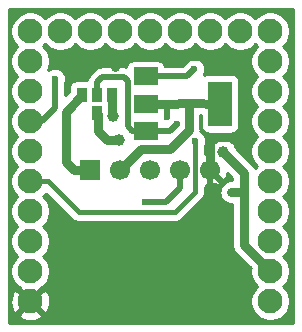
<source format=gbr>
G04 #@! TF.GenerationSoftware,KiCad,Pcbnew,(5.1.5)-3*
G04 #@! TF.CreationDate,2020-12-08T16:15:32+01:00*
G04 #@! TF.ProjectId,Microduino_UART,4d696372-6f64-4756-996e-6f5f55415254,0.0*
G04 #@! TF.SameCoordinates,Original*
G04 #@! TF.FileFunction,Copper,L1,Top*
G04 #@! TF.FilePolarity,Positive*
%FSLAX46Y46*%
G04 Gerber Fmt 4.6, Leading zero omitted, Abs format (unit mm)*
G04 Created by KiCad (PCBNEW (5.1.5)-3) date 2020-12-08 16:15:32*
%MOMM*%
%LPD*%
G04 APERTURE LIST*
%ADD10R,0.970000X1.270000*%
%ADD11R,1.700000X1.700000*%
%ADD12C,1.700000*%
%ADD13C,2.100000*%
%ADD14R,2.000000X3.800000*%
%ADD15R,2.000000X1.500000*%
%ADD16C,1.000000*%
%ADD17C,0.600000*%
%ADD18C,0.750000*%
%ADD19C,0.500000*%
%ADD20C,0.400000*%
%ADD21C,0.254000*%
G04 APERTURE END LIST*
D10*
X145656300Y-70713600D03*
X146926300Y-70713600D03*
X148196300Y-70713600D03*
X146926300Y-72263600D03*
D11*
X146304000Y-77076300D03*
D12*
X148844000Y-77076300D03*
X151384000Y-77076300D03*
X156464000Y-77076300D03*
X153924000Y-77076300D03*
D13*
X161569400Y-67843400D03*
X161569400Y-70383400D03*
X161569400Y-72923400D03*
X161569400Y-75463400D03*
X161569400Y-78003400D03*
X161569400Y-80543400D03*
X161569400Y-83083400D03*
X161569400Y-85623400D03*
X161569400Y-88163400D03*
X161569400Y-65303400D03*
X159029400Y-65303400D03*
X156489400Y-65303400D03*
X153949400Y-65303400D03*
X151409400Y-65303400D03*
X148869400Y-65303400D03*
X146329400Y-65303400D03*
X143789400Y-65303400D03*
X141249400Y-65303400D03*
X141249400Y-67843400D03*
X141249400Y-70383400D03*
X141249400Y-72923400D03*
X141249400Y-75463400D03*
X141249400Y-78003400D03*
X141249400Y-80543400D03*
X141249400Y-83083400D03*
X141249400Y-85623400D03*
X141249400Y-88163400D03*
D14*
X157302600Y-71424800D03*
D15*
X151002600Y-71424800D03*
X151002600Y-73724800D03*
X151002600Y-69124800D03*
D16*
X148247102Y-72491600D03*
X148742400Y-74472800D03*
X157581600Y-75526900D03*
D17*
X158267400Y-78930500D03*
X143332200Y-69328902D03*
X155194000Y-74599800D03*
X143852900Y-81495900D03*
X152400000Y-84251800D03*
X149072600Y-84251800D03*
X145834100Y-84251800D03*
X143713200Y-85940900D03*
X143802100Y-88938100D03*
X148412200Y-68287900D03*
X159448500Y-89331800D03*
X153631900Y-73152000D03*
X150990300Y-79794100D03*
X155143200Y-68516500D03*
X152806400Y-72580500D03*
D18*
X148196300Y-70713600D02*
X148196300Y-72440798D01*
X148196300Y-72440798D02*
X148247102Y-72491600D01*
X146939000Y-73710800D02*
X146939000Y-72276300D01*
X146939000Y-72276300D02*
X146926300Y-72263600D01*
X148742400Y-74472800D02*
X147701000Y-74472800D01*
X147701000Y-74472800D02*
X146939000Y-73710800D01*
X161569400Y-85623400D02*
X159334200Y-83388200D01*
X159334200Y-77279500D02*
X157581600Y-75526900D01*
X158267400Y-78930500D02*
X158691664Y-78930500D01*
X158691664Y-78930500D02*
X159334200Y-78930500D01*
X159334200Y-83388200D02*
X159334200Y-78930500D01*
X159334200Y-78930500D02*
X159334200Y-77279500D01*
D19*
X142240000Y-72923400D02*
X141249400Y-72923400D01*
X143332200Y-69328902D02*
X143332200Y-71831200D01*
X143332200Y-71831200D02*
X142240000Y-72923400D01*
D20*
X155194000Y-75024064D02*
X155194000Y-74599800D01*
X141249400Y-78003400D02*
X142709900Y-78003400D01*
X145338800Y-80632300D02*
X153479500Y-80632300D01*
X142709900Y-78003400D02*
X145338800Y-80632300D01*
X153479500Y-80632300D02*
X155194000Y-78917800D01*
X155194000Y-78917800D02*
X155194000Y-75024064D01*
D19*
X156464000Y-78278381D02*
X156476700Y-78291081D01*
X156464000Y-77076300D02*
X156464000Y-78278381D01*
X156476700Y-78291081D02*
X156476700Y-81216500D01*
X156464000Y-78278381D02*
X156493819Y-78308200D01*
X156464000Y-78278381D02*
X156595419Y-78409800D01*
X156595419Y-78409800D02*
X156972000Y-78409800D01*
X156464000Y-78278381D02*
X156345281Y-78397100D01*
X156345281Y-78397100D02*
X156286200Y-78397100D01*
D18*
X148412200Y-67863636D02*
X148864236Y-67411600D01*
X148412200Y-68287900D02*
X148412200Y-67863636D01*
X148864236Y-67411600D02*
X158699200Y-67411600D01*
X158699200Y-67411600D02*
X159448500Y-68160900D01*
X159448500Y-68160900D02*
X159448500Y-73698100D01*
X159448500Y-73698100D02*
X158864300Y-74282300D01*
X158864300Y-74282300D02*
X156832300Y-74282300D01*
X156464000Y-74650600D02*
X156464000Y-77076300D01*
X156832300Y-74282300D02*
X156464000Y-74650600D01*
D19*
X149874000Y-73724800D02*
X149504400Y-73355200D01*
X151002600Y-73724800D02*
X149874000Y-73724800D01*
X149504400Y-73355200D02*
X149504400Y-69507100D01*
X149504400Y-69507100D02*
X149161500Y-69164200D01*
X149161500Y-69164200D02*
X147320000Y-69164200D01*
X146926300Y-69557900D02*
X146926300Y-70713600D01*
X147320000Y-69164200D02*
X146926300Y-69557900D01*
X153059100Y-73724800D02*
X153631900Y-73152000D01*
X151002600Y-73724800D02*
X153059100Y-73724800D01*
X153924000Y-78600300D02*
X153924000Y-77076300D01*
X150990300Y-79794100D02*
X152730200Y-79794100D01*
X152730200Y-79794100D02*
X153924000Y-78600300D01*
X151002600Y-69124800D02*
X154534900Y-69124800D01*
X154534900Y-69124800D02*
X155143200Y-68516500D01*
D18*
X144954000Y-77076300D02*
X146304000Y-77076300D01*
X144246600Y-76368900D02*
X144954000Y-77076300D01*
X145656300Y-70713600D02*
X144246600Y-72123300D01*
X144246600Y-72123300D02*
X144246600Y-76368900D01*
X154647900Y-71412100D02*
X157302600Y-71424800D01*
X148844000Y-77076300D02*
X150660100Y-75260200D01*
X153047700Y-75260200D02*
X154647900Y-73660000D01*
X150660100Y-75260200D02*
X153047700Y-75260200D01*
X154647900Y-73660000D02*
X154647900Y-71412100D01*
D19*
X152806400Y-72580500D02*
X152806400Y-71424800D01*
D18*
X151002600Y-71424800D02*
X152806400Y-71424800D01*
X152806400Y-71424800D02*
X154647900Y-71412100D01*
D21*
G36*
X163529324Y-89968000D02*
G01*
X139419400Y-89968000D01*
X139419400Y-89334466D01*
X140257939Y-89334466D01*
X140359739Y-89603979D01*
X140657877Y-89749863D01*
X140978746Y-89834780D01*
X141310017Y-89855466D01*
X141638957Y-89811128D01*
X141952927Y-89703469D01*
X142139061Y-89603979D01*
X142240861Y-89334466D01*
X141249400Y-88343005D01*
X140257939Y-89334466D01*
X139419400Y-89334466D01*
X139419400Y-88224017D01*
X139557334Y-88224017D01*
X139601672Y-88552957D01*
X139709331Y-88866927D01*
X139808821Y-89053061D01*
X140078334Y-89154861D01*
X141069795Y-88163400D01*
X141429005Y-88163400D01*
X142420466Y-89154861D01*
X142689979Y-89053061D01*
X142835863Y-88754923D01*
X142920780Y-88434054D01*
X142941466Y-88102783D01*
X142897128Y-87773843D01*
X142789469Y-87459873D01*
X142689979Y-87273739D01*
X142420466Y-87171939D01*
X141429005Y-88163400D01*
X141069795Y-88163400D01*
X140078334Y-87171939D01*
X139808821Y-87273739D01*
X139662937Y-87571877D01*
X139578020Y-87892746D01*
X139557334Y-88224017D01*
X139419400Y-88224017D01*
X139419400Y-65137442D01*
X139564400Y-65137442D01*
X139564400Y-65469358D01*
X139629154Y-65794896D01*
X139756172Y-66101547D01*
X139940575Y-66377525D01*
X140136450Y-66573400D01*
X139940575Y-66769275D01*
X139756172Y-67045253D01*
X139629154Y-67351904D01*
X139564400Y-67677442D01*
X139564400Y-68009358D01*
X139629154Y-68334896D01*
X139756172Y-68641547D01*
X139940575Y-68917525D01*
X140136450Y-69113400D01*
X139940575Y-69309275D01*
X139756172Y-69585253D01*
X139629154Y-69891904D01*
X139564400Y-70217442D01*
X139564400Y-70549358D01*
X139629154Y-70874896D01*
X139756172Y-71181547D01*
X139940575Y-71457525D01*
X140136450Y-71653400D01*
X139940575Y-71849275D01*
X139756172Y-72125253D01*
X139629154Y-72431904D01*
X139564400Y-72757442D01*
X139564400Y-73089358D01*
X139629154Y-73414896D01*
X139756172Y-73721547D01*
X139940575Y-73997525D01*
X140136450Y-74193400D01*
X139940575Y-74389275D01*
X139756172Y-74665253D01*
X139629154Y-74971904D01*
X139564400Y-75297442D01*
X139564400Y-75629358D01*
X139629154Y-75954896D01*
X139756172Y-76261547D01*
X139940575Y-76537525D01*
X140136450Y-76733400D01*
X139940575Y-76929275D01*
X139756172Y-77205253D01*
X139629154Y-77511904D01*
X139564400Y-77837442D01*
X139564400Y-78169358D01*
X139629154Y-78494896D01*
X139756172Y-78801547D01*
X139940575Y-79077525D01*
X140136450Y-79273400D01*
X139940575Y-79469275D01*
X139756172Y-79745253D01*
X139629154Y-80051904D01*
X139564400Y-80377442D01*
X139564400Y-80709358D01*
X139629154Y-81034896D01*
X139756172Y-81341547D01*
X139940575Y-81617525D01*
X140136450Y-81813400D01*
X139940575Y-82009275D01*
X139756172Y-82285253D01*
X139629154Y-82591904D01*
X139564400Y-82917442D01*
X139564400Y-83249358D01*
X139629154Y-83574896D01*
X139756172Y-83881547D01*
X139940575Y-84157525D01*
X140136450Y-84353400D01*
X139940575Y-84549275D01*
X139756172Y-84825253D01*
X139629154Y-85131904D01*
X139564400Y-85457442D01*
X139564400Y-85789358D01*
X139629154Y-86114896D01*
X139756172Y-86421547D01*
X139940575Y-86697525D01*
X140175275Y-86932225D01*
X140259409Y-86988442D01*
X140257939Y-86992334D01*
X141249400Y-87983795D01*
X142240861Y-86992334D01*
X142239391Y-86988442D01*
X142323525Y-86932225D01*
X142558225Y-86697525D01*
X142742628Y-86421547D01*
X142869646Y-86114896D01*
X142934400Y-85789358D01*
X142934400Y-85457442D01*
X142869646Y-85131904D01*
X142742628Y-84825253D01*
X142558225Y-84549275D01*
X142362350Y-84353400D01*
X142558225Y-84157525D01*
X142742628Y-83881547D01*
X142869646Y-83574896D01*
X142934400Y-83249358D01*
X142934400Y-82917442D01*
X142869646Y-82591904D01*
X142742628Y-82285253D01*
X142558225Y-82009275D01*
X142362350Y-81813400D01*
X142558225Y-81617525D01*
X142742628Y-81341547D01*
X142869646Y-81034896D01*
X142934400Y-80709358D01*
X142934400Y-80377442D01*
X142869646Y-80051904D01*
X142742628Y-79745253D01*
X142558225Y-79469275D01*
X142362350Y-79273400D01*
X142558225Y-79077525D01*
X142576223Y-79050590D01*
X144719359Y-81193727D01*
X144745509Y-81225591D01*
X144872654Y-81329936D01*
X145017713Y-81407472D01*
X145175111Y-81455218D01*
X145338799Y-81471340D01*
X145379818Y-81467300D01*
X153438482Y-81467300D01*
X153479500Y-81471340D01*
X153520518Y-81467300D01*
X153520519Y-81467300D01*
X153643189Y-81455218D01*
X153800587Y-81407472D01*
X153945646Y-81329936D01*
X154072791Y-81225591D01*
X154098946Y-81193721D01*
X155755428Y-79537240D01*
X155787291Y-79511091D01*
X155891636Y-79383946D01*
X155969172Y-79238887D01*
X156016918Y-79081489D01*
X156029000Y-78958819D01*
X156029000Y-78958818D01*
X156033040Y-78917801D01*
X156029000Y-78876782D01*
X156029000Y-78497976D01*
X156240411Y-78551639D01*
X156532531Y-78566911D01*
X156822019Y-78524899D01*
X157097747Y-78427219D01*
X157235157Y-78353772D01*
X157312792Y-78104697D01*
X156464000Y-77255905D01*
X156449858Y-77270048D01*
X156270253Y-77090443D01*
X156284395Y-77076300D01*
X156270253Y-77062158D01*
X156449858Y-76882553D01*
X156464000Y-76896695D01*
X156478143Y-76882553D01*
X156657748Y-77062158D01*
X156643605Y-77076300D01*
X157492397Y-77925092D01*
X157741472Y-77847457D01*
X157867371Y-77583417D01*
X157936686Y-77310341D01*
X158324201Y-77697857D01*
X158324201Y-77920500D01*
X158217792Y-77920500D01*
X158069406Y-77935115D01*
X157879020Y-77992868D01*
X157703560Y-78086653D01*
X157549767Y-78212867D01*
X157423553Y-78366660D01*
X157329768Y-78542120D01*
X157272015Y-78732506D01*
X157252514Y-78930500D01*
X157272015Y-79128494D01*
X157329768Y-79318880D01*
X157423553Y-79494340D01*
X157549767Y-79648133D01*
X157703560Y-79774347D01*
X157879020Y-79868132D01*
X158069406Y-79925885D01*
X158217792Y-79940500D01*
X158324201Y-79940500D01*
X158324200Y-83338592D01*
X158319314Y-83388200D01*
X158324200Y-83437807D01*
X158338815Y-83586193D01*
X158396568Y-83776579D01*
X158490353Y-83952040D01*
X158616567Y-84105833D01*
X158655106Y-84137461D01*
X159899446Y-85381801D01*
X159884400Y-85457442D01*
X159884400Y-85789358D01*
X159949154Y-86114896D01*
X160076172Y-86421547D01*
X160260575Y-86697525D01*
X160456450Y-86893400D01*
X160260575Y-87089275D01*
X160076172Y-87365253D01*
X159949154Y-87671904D01*
X159884400Y-87997442D01*
X159884400Y-88329358D01*
X159949154Y-88654896D01*
X160076172Y-88961547D01*
X160260575Y-89237525D01*
X160495275Y-89472225D01*
X160771253Y-89656628D01*
X161077904Y-89783646D01*
X161403442Y-89848400D01*
X161735358Y-89848400D01*
X162060896Y-89783646D01*
X162367547Y-89656628D01*
X162643525Y-89472225D01*
X162878225Y-89237525D01*
X163062628Y-88961547D01*
X163189646Y-88654896D01*
X163254400Y-88329358D01*
X163254400Y-87997442D01*
X163189646Y-87671904D01*
X163062628Y-87365253D01*
X162878225Y-87089275D01*
X162682350Y-86893400D01*
X162878225Y-86697525D01*
X163062628Y-86421547D01*
X163189646Y-86114896D01*
X163254400Y-85789358D01*
X163254400Y-85457442D01*
X163189646Y-85131904D01*
X163062628Y-84825253D01*
X162878225Y-84549275D01*
X162682350Y-84353400D01*
X162878225Y-84157525D01*
X163062628Y-83881547D01*
X163189646Y-83574896D01*
X163254400Y-83249358D01*
X163254400Y-82917442D01*
X163189646Y-82591904D01*
X163062628Y-82285253D01*
X162878225Y-82009275D01*
X162682350Y-81813400D01*
X162878225Y-81617525D01*
X163062628Y-81341547D01*
X163189646Y-81034896D01*
X163254400Y-80709358D01*
X163254400Y-80377442D01*
X163189646Y-80051904D01*
X163062628Y-79745253D01*
X162878225Y-79469275D01*
X162682350Y-79273400D01*
X162878225Y-79077525D01*
X163062628Y-78801547D01*
X163189646Y-78494896D01*
X163254400Y-78169358D01*
X163254400Y-77837442D01*
X163189646Y-77511904D01*
X163062628Y-77205253D01*
X162878225Y-76929275D01*
X162682350Y-76733400D01*
X162878225Y-76537525D01*
X163062628Y-76261547D01*
X163189646Y-75954896D01*
X163254400Y-75629358D01*
X163254400Y-75297442D01*
X163189646Y-74971904D01*
X163062628Y-74665253D01*
X162878225Y-74389275D01*
X162682350Y-74193400D01*
X162878225Y-73997525D01*
X163062628Y-73721547D01*
X163189646Y-73414896D01*
X163254400Y-73089358D01*
X163254400Y-72757442D01*
X163189646Y-72431904D01*
X163062628Y-72125253D01*
X162878225Y-71849275D01*
X162682350Y-71653400D01*
X162878225Y-71457525D01*
X163062628Y-71181547D01*
X163189646Y-70874896D01*
X163254400Y-70549358D01*
X163254400Y-70217442D01*
X163189646Y-69891904D01*
X163062628Y-69585253D01*
X162878225Y-69309275D01*
X162682350Y-69113400D01*
X162878225Y-68917525D01*
X163062628Y-68641547D01*
X163189646Y-68334896D01*
X163254400Y-68009358D01*
X163254400Y-67677442D01*
X163189646Y-67351904D01*
X163062628Y-67045253D01*
X162878225Y-66769275D01*
X162682350Y-66573400D01*
X162878225Y-66377525D01*
X163062628Y-66101547D01*
X163189646Y-65794896D01*
X163254400Y-65469358D01*
X163254400Y-65137442D01*
X163189646Y-64811904D01*
X163062628Y-64505253D01*
X162878225Y-64229275D01*
X162643525Y-63994575D01*
X162367547Y-63810172D01*
X162060896Y-63683154D01*
X161735358Y-63618400D01*
X161403442Y-63618400D01*
X161077904Y-63683154D01*
X160771253Y-63810172D01*
X160495275Y-63994575D01*
X160299400Y-64190450D01*
X160103525Y-63994575D01*
X159827547Y-63810172D01*
X159520896Y-63683154D01*
X159195358Y-63618400D01*
X158863442Y-63618400D01*
X158537904Y-63683154D01*
X158231253Y-63810172D01*
X157955275Y-63994575D01*
X157759400Y-64190450D01*
X157563525Y-63994575D01*
X157287547Y-63810172D01*
X156980896Y-63683154D01*
X156655358Y-63618400D01*
X156323442Y-63618400D01*
X155997904Y-63683154D01*
X155691253Y-63810172D01*
X155415275Y-63994575D01*
X155219400Y-64190450D01*
X155023525Y-63994575D01*
X154747547Y-63810172D01*
X154440896Y-63683154D01*
X154115358Y-63618400D01*
X153783442Y-63618400D01*
X153457904Y-63683154D01*
X153151253Y-63810172D01*
X152875275Y-63994575D01*
X152679400Y-64190450D01*
X152483525Y-63994575D01*
X152207547Y-63810172D01*
X151900896Y-63683154D01*
X151575358Y-63618400D01*
X151243442Y-63618400D01*
X150917904Y-63683154D01*
X150611253Y-63810172D01*
X150335275Y-63994575D01*
X150139400Y-64190450D01*
X149943525Y-63994575D01*
X149667547Y-63810172D01*
X149360896Y-63683154D01*
X149035358Y-63618400D01*
X148703442Y-63618400D01*
X148377904Y-63683154D01*
X148071253Y-63810172D01*
X147795275Y-63994575D01*
X147599400Y-64190450D01*
X147403525Y-63994575D01*
X147127547Y-63810172D01*
X146820896Y-63683154D01*
X146495358Y-63618400D01*
X146163442Y-63618400D01*
X145837904Y-63683154D01*
X145531253Y-63810172D01*
X145255275Y-63994575D01*
X145059400Y-64190450D01*
X144863525Y-63994575D01*
X144587547Y-63810172D01*
X144280896Y-63683154D01*
X143955358Y-63618400D01*
X143623442Y-63618400D01*
X143297904Y-63683154D01*
X142991253Y-63810172D01*
X142715275Y-63994575D01*
X142519400Y-64190450D01*
X142323525Y-63994575D01*
X142047547Y-63810172D01*
X141740896Y-63683154D01*
X141415358Y-63618400D01*
X141083442Y-63618400D01*
X140757904Y-63683154D01*
X140451253Y-63810172D01*
X140175275Y-63994575D01*
X139940575Y-64229275D01*
X139756172Y-64505253D01*
X139629154Y-64811904D01*
X139564400Y-65137442D01*
X139419400Y-65137442D01*
X139419400Y-63448000D01*
X163526477Y-63448000D01*
X163529324Y-89968000D01*
G37*
X163529324Y-89968000D02*
X139419400Y-89968000D01*
X139419400Y-89334466D01*
X140257939Y-89334466D01*
X140359739Y-89603979D01*
X140657877Y-89749863D01*
X140978746Y-89834780D01*
X141310017Y-89855466D01*
X141638957Y-89811128D01*
X141952927Y-89703469D01*
X142139061Y-89603979D01*
X142240861Y-89334466D01*
X141249400Y-88343005D01*
X140257939Y-89334466D01*
X139419400Y-89334466D01*
X139419400Y-88224017D01*
X139557334Y-88224017D01*
X139601672Y-88552957D01*
X139709331Y-88866927D01*
X139808821Y-89053061D01*
X140078334Y-89154861D01*
X141069795Y-88163400D01*
X141429005Y-88163400D01*
X142420466Y-89154861D01*
X142689979Y-89053061D01*
X142835863Y-88754923D01*
X142920780Y-88434054D01*
X142941466Y-88102783D01*
X142897128Y-87773843D01*
X142789469Y-87459873D01*
X142689979Y-87273739D01*
X142420466Y-87171939D01*
X141429005Y-88163400D01*
X141069795Y-88163400D01*
X140078334Y-87171939D01*
X139808821Y-87273739D01*
X139662937Y-87571877D01*
X139578020Y-87892746D01*
X139557334Y-88224017D01*
X139419400Y-88224017D01*
X139419400Y-65137442D01*
X139564400Y-65137442D01*
X139564400Y-65469358D01*
X139629154Y-65794896D01*
X139756172Y-66101547D01*
X139940575Y-66377525D01*
X140136450Y-66573400D01*
X139940575Y-66769275D01*
X139756172Y-67045253D01*
X139629154Y-67351904D01*
X139564400Y-67677442D01*
X139564400Y-68009358D01*
X139629154Y-68334896D01*
X139756172Y-68641547D01*
X139940575Y-68917525D01*
X140136450Y-69113400D01*
X139940575Y-69309275D01*
X139756172Y-69585253D01*
X139629154Y-69891904D01*
X139564400Y-70217442D01*
X139564400Y-70549358D01*
X139629154Y-70874896D01*
X139756172Y-71181547D01*
X139940575Y-71457525D01*
X140136450Y-71653400D01*
X139940575Y-71849275D01*
X139756172Y-72125253D01*
X139629154Y-72431904D01*
X139564400Y-72757442D01*
X139564400Y-73089358D01*
X139629154Y-73414896D01*
X139756172Y-73721547D01*
X139940575Y-73997525D01*
X140136450Y-74193400D01*
X139940575Y-74389275D01*
X139756172Y-74665253D01*
X139629154Y-74971904D01*
X139564400Y-75297442D01*
X139564400Y-75629358D01*
X139629154Y-75954896D01*
X139756172Y-76261547D01*
X139940575Y-76537525D01*
X140136450Y-76733400D01*
X139940575Y-76929275D01*
X139756172Y-77205253D01*
X139629154Y-77511904D01*
X139564400Y-77837442D01*
X139564400Y-78169358D01*
X139629154Y-78494896D01*
X139756172Y-78801547D01*
X139940575Y-79077525D01*
X140136450Y-79273400D01*
X139940575Y-79469275D01*
X139756172Y-79745253D01*
X139629154Y-80051904D01*
X139564400Y-80377442D01*
X139564400Y-80709358D01*
X139629154Y-81034896D01*
X139756172Y-81341547D01*
X139940575Y-81617525D01*
X140136450Y-81813400D01*
X139940575Y-82009275D01*
X139756172Y-82285253D01*
X139629154Y-82591904D01*
X139564400Y-82917442D01*
X139564400Y-83249358D01*
X139629154Y-83574896D01*
X139756172Y-83881547D01*
X139940575Y-84157525D01*
X140136450Y-84353400D01*
X139940575Y-84549275D01*
X139756172Y-84825253D01*
X139629154Y-85131904D01*
X139564400Y-85457442D01*
X139564400Y-85789358D01*
X139629154Y-86114896D01*
X139756172Y-86421547D01*
X139940575Y-86697525D01*
X140175275Y-86932225D01*
X140259409Y-86988442D01*
X140257939Y-86992334D01*
X141249400Y-87983795D01*
X142240861Y-86992334D01*
X142239391Y-86988442D01*
X142323525Y-86932225D01*
X142558225Y-86697525D01*
X142742628Y-86421547D01*
X142869646Y-86114896D01*
X142934400Y-85789358D01*
X142934400Y-85457442D01*
X142869646Y-85131904D01*
X142742628Y-84825253D01*
X142558225Y-84549275D01*
X142362350Y-84353400D01*
X142558225Y-84157525D01*
X142742628Y-83881547D01*
X142869646Y-83574896D01*
X142934400Y-83249358D01*
X142934400Y-82917442D01*
X142869646Y-82591904D01*
X142742628Y-82285253D01*
X142558225Y-82009275D01*
X142362350Y-81813400D01*
X142558225Y-81617525D01*
X142742628Y-81341547D01*
X142869646Y-81034896D01*
X142934400Y-80709358D01*
X142934400Y-80377442D01*
X142869646Y-80051904D01*
X142742628Y-79745253D01*
X142558225Y-79469275D01*
X142362350Y-79273400D01*
X142558225Y-79077525D01*
X142576223Y-79050590D01*
X144719359Y-81193727D01*
X144745509Y-81225591D01*
X144872654Y-81329936D01*
X145017713Y-81407472D01*
X145175111Y-81455218D01*
X145338799Y-81471340D01*
X145379818Y-81467300D01*
X153438482Y-81467300D01*
X153479500Y-81471340D01*
X153520518Y-81467300D01*
X153520519Y-81467300D01*
X153643189Y-81455218D01*
X153800587Y-81407472D01*
X153945646Y-81329936D01*
X154072791Y-81225591D01*
X154098946Y-81193721D01*
X155755428Y-79537240D01*
X155787291Y-79511091D01*
X155891636Y-79383946D01*
X155969172Y-79238887D01*
X156016918Y-79081489D01*
X156029000Y-78958819D01*
X156029000Y-78958818D01*
X156033040Y-78917801D01*
X156029000Y-78876782D01*
X156029000Y-78497976D01*
X156240411Y-78551639D01*
X156532531Y-78566911D01*
X156822019Y-78524899D01*
X157097747Y-78427219D01*
X157235157Y-78353772D01*
X157312792Y-78104697D01*
X156464000Y-77255905D01*
X156449858Y-77270048D01*
X156270253Y-77090443D01*
X156284395Y-77076300D01*
X156270253Y-77062158D01*
X156449858Y-76882553D01*
X156464000Y-76896695D01*
X156478143Y-76882553D01*
X156657748Y-77062158D01*
X156643605Y-77076300D01*
X157492397Y-77925092D01*
X157741472Y-77847457D01*
X157867371Y-77583417D01*
X157936686Y-77310341D01*
X158324201Y-77697857D01*
X158324201Y-77920500D01*
X158217792Y-77920500D01*
X158069406Y-77935115D01*
X157879020Y-77992868D01*
X157703560Y-78086653D01*
X157549767Y-78212867D01*
X157423553Y-78366660D01*
X157329768Y-78542120D01*
X157272015Y-78732506D01*
X157252514Y-78930500D01*
X157272015Y-79128494D01*
X157329768Y-79318880D01*
X157423553Y-79494340D01*
X157549767Y-79648133D01*
X157703560Y-79774347D01*
X157879020Y-79868132D01*
X158069406Y-79925885D01*
X158217792Y-79940500D01*
X158324201Y-79940500D01*
X158324200Y-83338592D01*
X158319314Y-83388200D01*
X158324200Y-83437807D01*
X158338815Y-83586193D01*
X158396568Y-83776579D01*
X158490353Y-83952040D01*
X158616567Y-84105833D01*
X158655106Y-84137461D01*
X159899446Y-85381801D01*
X159884400Y-85457442D01*
X159884400Y-85789358D01*
X159949154Y-86114896D01*
X160076172Y-86421547D01*
X160260575Y-86697525D01*
X160456450Y-86893400D01*
X160260575Y-87089275D01*
X160076172Y-87365253D01*
X159949154Y-87671904D01*
X159884400Y-87997442D01*
X159884400Y-88329358D01*
X159949154Y-88654896D01*
X160076172Y-88961547D01*
X160260575Y-89237525D01*
X160495275Y-89472225D01*
X160771253Y-89656628D01*
X161077904Y-89783646D01*
X161403442Y-89848400D01*
X161735358Y-89848400D01*
X162060896Y-89783646D01*
X162367547Y-89656628D01*
X162643525Y-89472225D01*
X162878225Y-89237525D01*
X163062628Y-88961547D01*
X163189646Y-88654896D01*
X163254400Y-88329358D01*
X163254400Y-87997442D01*
X163189646Y-87671904D01*
X163062628Y-87365253D01*
X162878225Y-87089275D01*
X162682350Y-86893400D01*
X162878225Y-86697525D01*
X163062628Y-86421547D01*
X163189646Y-86114896D01*
X163254400Y-85789358D01*
X163254400Y-85457442D01*
X163189646Y-85131904D01*
X163062628Y-84825253D01*
X162878225Y-84549275D01*
X162682350Y-84353400D01*
X162878225Y-84157525D01*
X163062628Y-83881547D01*
X163189646Y-83574896D01*
X163254400Y-83249358D01*
X163254400Y-82917442D01*
X163189646Y-82591904D01*
X163062628Y-82285253D01*
X162878225Y-82009275D01*
X162682350Y-81813400D01*
X162878225Y-81617525D01*
X163062628Y-81341547D01*
X163189646Y-81034896D01*
X163254400Y-80709358D01*
X163254400Y-80377442D01*
X163189646Y-80051904D01*
X163062628Y-79745253D01*
X162878225Y-79469275D01*
X162682350Y-79273400D01*
X162878225Y-79077525D01*
X163062628Y-78801547D01*
X163189646Y-78494896D01*
X163254400Y-78169358D01*
X163254400Y-77837442D01*
X163189646Y-77511904D01*
X163062628Y-77205253D01*
X162878225Y-76929275D01*
X162682350Y-76733400D01*
X162878225Y-76537525D01*
X163062628Y-76261547D01*
X163189646Y-75954896D01*
X163254400Y-75629358D01*
X163254400Y-75297442D01*
X163189646Y-74971904D01*
X163062628Y-74665253D01*
X162878225Y-74389275D01*
X162682350Y-74193400D01*
X162878225Y-73997525D01*
X163062628Y-73721547D01*
X163189646Y-73414896D01*
X163254400Y-73089358D01*
X163254400Y-72757442D01*
X163189646Y-72431904D01*
X163062628Y-72125253D01*
X162878225Y-71849275D01*
X162682350Y-71653400D01*
X162878225Y-71457525D01*
X163062628Y-71181547D01*
X163189646Y-70874896D01*
X163254400Y-70549358D01*
X163254400Y-70217442D01*
X163189646Y-69891904D01*
X163062628Y-69585253D01*
X162878225Y-69309275D01*
X162682350Y-69113400D01*
X162878225Y-68917525D01*
X163062628Y-68641547D01*
X163189646Y-68334896D01*
X163254400Y-68009358D01*
X163254400Y-67677442D01*
X163189646Y-67351904D01*
X163062628Y-67045253D01*
X162878225Y-66769275D01*
X162682350Y-66573400D01*
X162878225Y-66377525D01*
X163062628Y-66101547D01*
X163189646Y-65794896D01*
X163254400Y-65469358D01*
X163254400Y-65137442D01*
X163189646Y-64811904D01*
X163062628Y-64505253D01*
X162878225Y-64229275D01*
X162643525Y-63994575D01*
X162367547Y-63810172D01*
X162060896Y-63683154D01*
X161735358Y-63618400D01*
X161403442Y-63618400D01*
X161077904Y-63683154D01*
X160771253Y-63810172D01*
X160495275Y-63994575D01*
X160299400Y-64190450D01*
X160103525Y-63994575D01*
X159827547Y-63810172D01*
X159520896Y-63683154D01*
X159195358Y-63618400D01*
X158863442Y-63618400D01*
X158537904Y-63683154D01*
X158231253Y-63810172D01*
X157955275Y-63994575D01*
X157759400Y-64190450D01*
X157563525Y-63994575D01*
X157287547Y-63810172D01*
X156980896Y-63683154D01*
X156655358Y-63618400D01*
X156323442Y-63618400D01*
X155997904Y-63683154D01*
X155691253Y-63810172D01*
X155415275Y-63994575D01*
X155219400Y-64190450D01*
X155023525Y-63994575D01*
X154747547Y-63810172D01*
X154440896Y-63683154D01*
X154115358Y-63618400D01*
X153783442Y-63618400D01*
X153457904Y-63683154D01*
X153151253Y-63810172D01*
X152875275Y-63994575D01*
X152679400Y-64190450D01*
X152483525Y-63994575D01*
X152207547Y-63810172D01*
X151900896Y-63683154D01*
X151575358Y-63618400D01*
X151243442Y-63618400D01*
X150917904Y-63683154D01*
X150611253Y-63810172D01*
X150335275Y-63994575D01*
X150139400Y-64190450D01*
X149943525Y-63994575D01*
X149667547Y-63810172D01*
X149360896Y-63683154D01*
X149035358Y-63618400D01*
X148703442Y-63618400D01*
X148377904Y-63683154D01*
X148071253Y-63810172D01*
X147795275Y-63994575D01*
X147599400Y-64190450D01*
X147403525Y-63994575D01*
X147127547Y-63810172D01*
X146820896Y-63683154D01*
X146495358Y-63618400D01*
X146163442Y-63618400D01*
X145837904Y-63683154D01*
X145531253Y-63810172D01*
X145255275Y-63994575D01*
X145059400Y-64190450D01*
X144863525Y-63994575D01*
X144587547Y-63810172D01*
X144280896Y-63683154D01*
X143955358Y-63618400D01*
X143623442Y-63618400D01*
X143297904Y-63683154D01*
X142991253Y-63810172D01*
X142715275Y-63994575D01*
X142519400Y-64190450D01*
X142323525Y-63994575D01*
X142047547Y-63810172D01*
X141740896Y-63683154D01*
X141415358Y-63618400D01*
X141083442Y-63618400D01*
X140757904Y-63683154D01*
X140451253Y-63810172D01*
X140175275Y-63994575D01*
X139940575Y-64229275D01*
X139756172Y-64505253D01*
X139629154Y-64811904D01*
X139564400Y-65137442D01*
X139419400Y-65137442D01*
X139419400Y-63448000D01*
X163526477Y-63448000D01*
X163529324Y-89968000D01*
G36*
X160456450Y-66573400D02*
G01*
X160260575Y-66769275D01*
X160076172Y-67045253D01*
X159949154Y-67351904D01*
X159884400Y-67677442D01*
X159884400Y-68009358D01*
X159949154Y-68334896D01*
X160076172Y-68641547D01*
X160260575Y-68917525D01*
X160456450Y-69113400D01*
X160260575Y-69309275D01*
X160076172Y-69585253D01*
X159949154Y-69891904D01*
X159884400Y-70217442D01*
X159884400Y-70549358D01*
X159949154Y-70874896D01*
X160076172Y-71181547D01*
X160260575Y-71457525D01*
X160456450Y-71653400D01*
X160260575Y-71849275D01*
X160076172Y-72125253D01*
X159949154Y-72431904D01*
X159884400Y-72757442D01*
X159884400Y-73089358D01*
X159949154Y-73414896D01*
X160076172Y-73721547D01*
X160260575Y-73997525D01*
X160456450Y-74193400D01*
X160260575Y-74389275D01*
X160076172Y-74665253D01*
X159949154Y-74971904D01*
X159884400Y-75297442D01*
X159884400Y-75629358D01*
X159949154Y-75954896D01*
X160076172Y-76261547D01*
X160260575Y-76537525D01*
X160456450Y-76733400D01*
X160278092Y-76911758D01*
X160271832Y-76891120D01*
X160251302Y-76852711D01*
X160178047Y-76715660D01*
X160051833Y-76561867D01*
X160013299Y-76530244D01*
X158668807Y-75185752D01*
X158587424Y-74989276D01*
X158463212Y-74803380D01*
X158305120Y-74645288D01*
X158119224Y-74521076D01*
X157912667Y-74435517D01*
X157693388Y-74391900D01*
X157469812Y-74391900D01*
X157250533Y-74435517D01*
X157043976Y-74521076D01*
X156858080Y-74645288D01*
X156699988Y-74803380D01*
X156575776Y-74989276D01*
X156490217Y-75195833D01*
X156446600Y-75415112D01*
X156446600Y-75588362D01*
X156395469Y-75585689D01*
X156105981Y-75627701D01*
X156029000Y-75654972D01*
X156029000Y-75027204D01*
X156093068Y-74872529D01*
X156129000Y-74691889D01*
X156129000Y-74507711D01*
X156093068Y-74327071D01*
X156022586Y-74156911D01*
X155920262Y-74003772D01*
X155790028Y-73873538D01*
X155650910Y-73780582D01*
X155662786Y-73660000D01*
X155657900Y-73610392D01*
X155657900Y-72426943D01*
X155664528Y-72426975D01*
X155664528Y-73324800D01*
X155676788Y-73449282D01*
X155713098Y-73568980D01*
X155772063Y-73679294D01*
X155851415Y-73775985D01*
X155948106Y-73855337D01*
X156058420Y-73914302D01*
X156178118Y-73950612D01*
X156302600Y-73962872D01*
X158302600Y-73962872D01*
X158427082Y-73950612D01*
X158546780Y-73914302D01*
X158657094Y-73855337D01*
X158753785Y-73775985D01*
X158833137Y-73679294D01*
X158892102Y-73568980D01*
X158928412Y-73449282D01*
X158940672Y-73324800D01*
X158940672Y-69524800D01*
X158928412Y-69400318D01*
X158892102Y-69280620D01*
X158833137Y-69170306D01*
X158753785Y-69073615D01*
X158657094Y-68994263D01*
X158546780Y-68935298D01*
X158427082Y-68898988D01*
X158302600Y-68886728D01*
X156302600Y-68886728D01*
X156178118Y-68898988D01*
X156058420Y-68935298D01*
X155948694Y-68993949D01*
X155971786Y-68959389D01*
X156042268Y-68789229D01*
X156078200Y-68608589D01*
X156078200Y-68424411D01*
X156042268Y-68243771D01*
X155971786Y-68073611D01*
X155869462Y-67920472D01*
X155739228Y-67790238D01*
X155586089Y-67687914D01*
X155415929Y-67617432D01*
X155235289Y-67581500D01*
X155051111Y-67581500D01*
X154870471Y-67617432D01*
X154700311Y-67687914D01*
X154547172Y-67790238D01*
X154416938Y-67920472D01*
X154314614Y-68073611D01*
X154300545Y-68107576D01*
X154168322Y-68239800D01*
X152625221Y-68239800D01*
X152592102Y-68130620D01*
X152533137Y-68020306D01*
X152453785Y-67923615D01*
X152357094Y-67844263D01*
X152246780Y-67785298D01*
X152127082Y-67748988D01*
X152002600Y-67736728D01*
X150002600Y-67736728D01*
X149878118Y-67748988D01*
X149758420Y-67785298D01*
X149648106Y-67844263D01*
X149551415Y-67923615D01*
X149472063Y-68020306D01*
X149413098Y-68130620D01*
X149376788Y-68250318D01*
X149371589Y-68303107D01*
X149334990Y-68292005D01*
X149204977Y-68279200D01*
X149204969Y-68279200D01*
X149161500Y-68274919D01*
X149118031Y-68279200D01*
X147363469Y-68279200D01*
X147320000Y-68274919D01*
X147276531Y-68279200D01*
X147276523Y-68279200D01*
X147146510Y-68292005D01*
X146979687Y-68342611D01*
X146825941Y-68424789D01*
X146691183Y-68535383D01*
X146663466Y-68569156D01*
X146331256Y-68901366D01*
X146297483Y-68929083D01*
X146186889Y-69063842D01*
X146104711Y-69217588D01*
X146054105Y-69384411D01*
X146048578Y-69440528D01*
X145171300Y-69440528D01*
X145046818Y-69452788D01*
X144927120Y-69489098D01*
X144816806Y-69548063D01*
X144720115Y-69627415D01*
X144640763Y-69724106D01*
X144581798Y-69834420D01*
X144545488Y-69954118D01*
X144533228Y-70078600D01*
X144533228Y-70408316D01*
X144217200Y-70724345D01*
X144217200Y-69635594D01*
X144231268Y-69601631D01*
X144267200Y-69420991D01*
X144267200Y-69236813D01*
X144231268Y-69056173D01*
X144160786Y-68886013D01*
X144058462Y-68732874D01*
X143928228Y-68602640D01*
X143775089Y-68500316D01*
X143604929Y-68429834D01*
X143424289Y-68393902D01*
X143240111Y-68393902D01*
X143059471Y-68429834D01*
X142889311Y-68500316D01*
X142767381Y-68581787D01*
X142869646Y-68334896D01*
X142934400Y-68009358D01*
X142934400Y-67677442D01*
X142869646Y-67351904D01*
X142742628Y-67045253D01*
X142558225Y-66769275D01*
X142362350Y-66573400D01*
X142519400Y-66416350D01*
X142715275Y-66612225D01*
X142991253Y-66796628D01*
X143297904Y-66923646D01*
X143623442Y-66988400D01*
X143955358Y-66988400D01*
X144280896Y-66923646D01*
X144587547Y-66796628D01*
X144863525Y-66612225D01*
X145059400Y-66416350D01*
X145255275Y-66612225D01*
X145531253Y-66796628D01*
X145837904Y-66923646D01*
X146163442Y-66988400D01*
X146495358Y-66988400D01*
X146820896Y-66923646D01*
X147127547Y-66796628D01*
X147403525Y-66612225D01*
X147599400Y-66416350D01*
X147795275Y-66612225D01*
X148071253Y-66796628D01*
X148377904Y-66923646D01*
X148703442Y-66988400D01*
X149035358Y-66988400D01*
X149360896Y-66923646D01*
X149667547Y-66796628D01*
X149943525Y-66612225D01*
X150139400Y-66416350D01*
X150335275Y-66612225D01*
X150611253Y-66796628D01*
X150917904Y-66923646D01*
X151243442Y-66988400D01*
X151575358Y-66988400D01*
X151900896Y-66923646D01*
X152207547Y-66796628D01*
X152483525Y-66612225D01*
X152679400Y-66416350D01*
X152875275Y-66612225D01*
X153151253Y-66796628D01*
X153457904Y-66923646D01*
X153783442Y-66988400D01*
X154115358Y-66988400D01*
X154440896Y-66923646D01*
X154747547Y-66796628D01*
X155023525Y-66612225D01*
X155219400Y-66416350D01*
X155415275Y-66612225D01*
X155691253Y-66796628D01*
X155997904Y-66923646D01*
X156323442Y-66988400D01*
X156655358Y-66988400D01*
X156980896Y-66923646D01*
X157287547Y-66796628D01*
X157563525Y-66612225D01*
X157759400Y-66416350D01*
X157955275Y-66612225D01*
X158231253Y-66796628D01*
X158537904Y-66923646D01*
X158863442Y-66988400D01*
X159195358Y-66988400D01*
X159520896Y-66923646D01*
X159827547Y-66796628D01*
X160103525Y-66612225D01*
X160299400Y-66416350D01*
X160456450Y-66573400D01*
G37*
X160456450Y-66573400D02*
X160260575Y-66769275D01*
X160076172Y-67045253D01*
X159949154Y-67351904D01*
X159884400Y-67677442D01*
X159884400Y-68009358D01*
X159949154Y-68334896D01*
X160076172Y-68641547D01*
X160260575Y-68917525D01*
X160456450Y-69113400D01*
X160260575Y-69309275D01*
X160076172Y-69585253D01*
X159949154Y-69891904D01*
X159884400Y-70217442D01*
X159884400Y-70549358D01*
X159949154Y-70874896D01*
X160076172Y-71181547D01*
X160260575Y-71457525D01*
X160456450Y-71653400D01*
X160260575Y-71849275D01*
X160076172Y-72125253D01*
X159949154Y-72431904D01*
X159884400Y-72757442D01*
X159884400Y-73089358D01*
X159949154Y-73414896D01*
X160076172Y-73721547D01*
X160260575Y-73997525D01*
X160456450Y-74193400D01*
X160260575Y-74389275D01*
X160076172Y-74665253D01*
X159949154Y-74971904D01*
X159884400Y-75297442D01*
X159884400Y-75629358D01*
X159949154Y-75954896D01*
X160076172Y-76261547D01*
X160260575Y-76537525D01*
X160456450Y-76733400D01*
X160278092Y-76911758D01*
X160271832Y-76891120D01*
X160251302Y-76852711D01*
X160178047Y-76715660D01*
X160051833Y-76561867D01*
X160013299Y-76530244D01*
X158668807Y-75185752D01*
X158587424Y-74989276D01*
X158463212Y-74803380D01*
X158305120Y-74645288D01*
X158119224Y-74521076D01*
X157912667Y-74435517D01*
X157693388Y-74391900D01*
X157469812Y-74391900D01*
X157250533Y-74435517D01*
X157043976Y-74521076D01*
X156858080Y-74645288D01*
X156699988Y-74803380D01*
X156575776Y-74989276D01*
X156490217Y-75195833D01*
X156446600Y-75415112D01*
X156446600Y-75588362D01*
X156395469Y-75585689D01*
X156105981Y-75627701D01*
X156029000Y-75654972D01*
X156029000Y-75027204D01*
X156093068Y-74872529D01*
X156129000Y-74691889D01*
X156129000Y-74507711D01*
X156093068Y-74327071D01*
X156022586Y-74156911D01*
X155920262Y-74003772D01*
X155790028Y-73873538D01*
X155650910Y-73780582D01*
X155662786Y-73660000D01*
X155657900Y-73610392D01*
X155657900Y-72426943D01*
X155664528Y-72426975D01*
X155664528Y-73324800D01*
X155676788Y-73449282D01*
X155713098Y-73568980D01*
X155772063Y-73679294D01*
X155851415Y-73775985D01*
X155948106Y-73855337D01*
X156058420Y-73914302D01*
X156178118Y-73950612D01*
X156302600Y-73962872D01*
X158302600Y-73962872D01*
X158427082Y-73950612D01*
X158546780Y-73914302D01*
X158657094Y-73855337D01*
X158753785Y-73775985D01*
X158833137Y-73679294D01*
X158892102Y-73568980D01*
X158928412Y-73449282D01*
X158940672Y-73324800D01*
X158940672Y-69524800D01*
X158928412Y-69400318D01*
X158892102Y-69280620D01*
X158833137Y-69170306D01*
X158753785Y-69073615D01*
X158657094Y-68994263D01*
X158546780Y-68935298D01*
X158427082Y-68898988D01*
X158302600Y-68886728D01*
X156302600Y-68886728D01*
X156178118Y-68898988D01*
X156058420Y-68935298D01*
X155948694Y-68993949D01*
X155971786Y-68959389D01*
X156042268Y-68789229D01*
X156078200Y-68608589D01*
X156078200Y-68424411D01*
X156042268Y-68243771D01*
X155971786Y-68073611D01*
X155869462Y-67920472D01*
X155739228Y-67790238D01*
X155586089Y-67687914D01*
X155415929Y-67617432D01*
X155235289Y-67581500D01*
X155051111Y-67581500D01*
X154870471Y-67617432D01*
X154700311Y-67687914D01*
X154547172Y-67790238D01*
X154416938Y-67920472D01*
X154314614Y-68073611D01*
X154300545Y-68107576D01*
X154168322Y-68239800D01*
X152625221Y-68239800D01*
X152592102Y-68130620D01*
X152533137Y-68020306D01*
X152453785Y-67923615D01*
X152357094Y-67844263D01*
X152246780Y-67785298D01*
X152127082Y-67748988D01*
X152002600Y-67736728D01*
X150002600Y-67736728D01*
X149878118Y-67748988D01*
X149758420Y-67785298D01*
X149648106Y-67844263D01*
X149551415Y-67923615D01*
X149472063Y-68020306D01*
X149413098Y-68130620D01*
X149376788Y-68250318D01*
X149371589Y-68303107D01*
X149334990Y-68292005D01*
X149204977Y-68279200D01*
X149204969Y-68279200D01*
X149161500Y-68274919D01*
X149118031Y-68279200D01*
X147363469Y-68279200D01*
X147320000Y-68274919D01*
X147276531Y-68279200D01*
X147276523Y-68279200D01*
X147146510Y-68292005D01*
X146979687Y-68342611D01*
X146825941Y-68424789D01*
X146691183Y-68535383D01*
X146663466Y-68569156D01*
X146331256Y-68901366D01*
X146297483Y-68929083D01*
X146186889Y-69063842D01*
X146104711Y-69217588D01*
X146054105Y-69384411D01*
X146048578Y-69440528D01*
X145171300Y-69440528D01*
X145046818Y-69452788D01*
X144927120Y-69489098D01*
X144816806Y-69548063D01*
X144720115Y-69627415D01*
X144640763Y-69724106D01*
X144581798Y-69834420D01*
X144545488Y-69954118D01*
X144533228Y-70078600D01*
X144533228Y-70408316D01*
X144217200Y-70724345D01*
X144217200Y-69635594D01*
X144231268Y-69601631D01*
X144267200Y-69420991D01*
X144267200Y-69236813D01*
X144231268Y-69056173D01*
X144160786Y-68886013D01*
X144058462Y-68732874D01*
X143928228Y-68602640D01*
X143775089Y-68500316D01*
X143604929Y-68429834D01*
X143424289Y-68393902D01*
X143240111Y-68393902D01*
X143059471Y-68429834D01*
X142889311Y-68500316D01*
X142767381Y-68581787D01*
X142869646Y-68334896D01*
X142934400Y-68009358D01*
X142934400Y-67677442D01*
X142869646Y-67351904D01*
X142742628Y-67045253D01*
X142558225Y-66769275D01*
X142362350Y-66573400D01*
X142519400Y-66416350D01*
X142715275Y-66612225D01*
X142991253Y-66796628D01*
X143297904Y-66923646D01*
X143623442Y-66988400D01*
X143955358Y-66988400D01*
X144280896Y-66923646D01*
X144587547Y-66796628D01*
X144863525Y-66612225D01*
X145059400Y-66416350D01*
X145255275Y-66612225D01*
X145531253Y-66796628D01*
X145837904Y-66923646D01*
X146163442Y-66988400D01*
X146495358Y-66988400D01*
X146820896Y-66923646D01*
X147127547Y-66796628D01*
X147403525Y-66612225D01*
X147599400Y-66416350D01*
X147795275Y-66612225D01*
X148071253Y-66796628D01*
X148377904Y-66923646D01*
X148703442Y-66988400D01*
X149035358Y-66988400D01*
X149360896Y-66923646D01*
X149667547Y-66796628D01*
X149943525Y-66612225D01*
X150139400Y-66416350D01*
X150335275Y-66612225D01*
X150611253Y-66796628D01*
X150917904Y-66923646D01*
X151243442Y-66988400D01*
X151575358Y-66988400D01*
X151900896Y-66923646D01*
X152207547Y-66796628D01*
X152483525Y-66612225D01*
X152679400Y-66416350D01*
X152875275Y-66612225D01*
X153151253Y-66796628D01*
X153457904Y-66923646D01*
X153783442Y-66988400D01*
X154115358Y-66988400D01*
X154440896Y-66923646D01*
X154747547Y-66796628D01*
X155023525Y-66612225D01*
X155219400Y-66416350D01*
X155415275Y-66612225D01*
X155691253Y-66796628D01*
X155997904Y-66923646D01*
X156323442Y-66988400D01*
X156655358Y-66988400D01*
X156980896Y-66923646D01*
X157287547Y-66796628D01*
X157563525Y-66612225D01*
X157759400Y-66416350D01*
X157955275Y-66612225D01*
X158231253Y-66796628D01*
X158537904Y-66923646D01*
X158863442Y-66988400D01*
X159195358Y-66988400D01*
X159520896Y-66923646D01*
X159827547Y-66796628D01*
X160103525Y-66612225D01*
X160299400Y-66416350D01*
X160456450Y-66573400D01*
M02*

</source>
